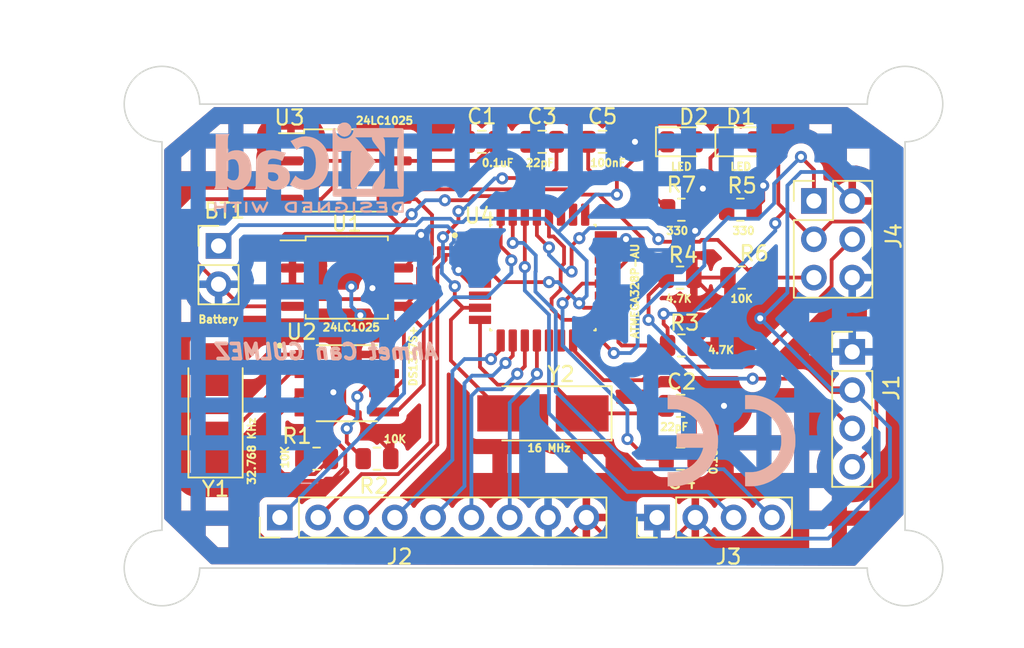
<source format=kicad_pcb>
(kicad_pcb (version 20221018) (generator pcbnew)
  (layers (0 "F.Cu" mixed) (31 "B.Cu" mixed) (34 "B.Paste" user) (35 "F.Paste" user) (36 "B.SilkS" user "B.Silkscreen") (37 "F.SilkS" user "F.Silkscreen") (38 "B.Mask" user) (39 "F.Mask" user) (44 "Edge.Cuts" user))
  (property "project_name" "MCU Datalogger with memory and clock")
  (net 0 "")
  (net 1 "Net-(BT1-+)")
  (net 2 "GND")
  (net 3 "/Vcc")
  (net 4 "Net-(U4-PB7)")
  (net 5 "Net-(U4-PB6)")
  (net 6 "Net-(U4-AREF)")
  (net 7 "Net-(D1-K)")
  (net 8 "/SCK")
  (net 9 "Net-(D2-K)")
  (net 10 "/SDA")
  (net 11 "/D2")
  (net 12 "/D3")
  (net 13 "/D4")
  (net 14 "/D5")
  (net 15 "/D6")
  (net 16 "/D7")
  (net 17 "/D8")
  (net 18 "/RX")
  (net 19 "/TX")
  (net 20 "/MISO")
  (net 21 "/MOSI")
  (net 22 "/RESET")
  (net 23 "Net-(U2-~{INTA})")
  (net 24 "Net-(U2-SQW{slash}~INT)")
  (net 25 "Net-(U2-X1)")
  (net 26 "Net-(U2-X2)")
  (footprint "Capacitor_SMD:C_0805_2012Metric" (layer "F.Cu") (at 109.625 76 180)
    (fp_text reference "C2")
    (fp_text value "22pF")
  )
  (footprint "Connector_PinHeader_2.54mm:PinHeader_2x03_P2.54mm_Vertical" (layer "F.Cu") (at 118.46 62.42)
    (fp_text reference "J4")
    (fp_text value "Conn_02x03_Odd_Even" hide)
  )
  (footprint "MountingHole:MountingHole_2.1mm" (layer "F.Cu") (at 124.5 56)
    (fp_text reference "H3")
    (fp_text value "MountingHole")
  )
  (footprint "Resistor_SMD:R_0805_2012Metric" (layer "F.Cu") (at 109.675 72 180)
    (fp_text reference "R3")
    (fp_text value "4.7K")
  )
  (footprint "Crystal:Crystal_SMD_5032-2Pin_5.0x3.2mm_HandSoldering" (layer "F.Cu") (at 78.8 76.2 90)
    (fp_text reference "Y1")
    (fp_text value "32.768 KHz")
  )
  (footprint "Resistor_SMD:R_0805_2012Metric" (layer "F.Cu") (at 89.5 79.5 180)
    (fp_text reference "R2")
    (fp_text value "10K")
  )
  (footprint "Connector_PinHeader_2.54mm:PinHeader_1x04_P2.54mm_Vertical" (layer "F.Cu") (at 121 72.42)
    (fp_text reference "J1")
    (fp_text value "Conn_01x04_Pin" hide)
  )
  (footprint "MountingHole:MountingHole_2.1mm" (layer "F.Cu") (at 124.5 86.75)
    (fp_text reference "H4")
    (fp_text value "MountingHole")
  )
  (footprint "Connector_PinHeader_2.54mm:PinHeader_1x04_P2.54mm_Vertical" (layer "F.Cu") (at 108.06 83.4 90)
    (fp_text reference "J3")
    (fp_text value "Conn_01x04_Pin" hide)
  )
  (footprint "Package_SO:SOIC-8_5.23x5.23mm_P1.27mm" (layer "F.Cu") (at 87.4 60.4)
    (fp_text reference "U3")
    (fp_text value "24LC1025")
  )
  (footprint "Capacitor_SMD:C_0805_2012Metric" (layer "F.Cu") (at 104.45 58.5)
    (fp_text reference "C5")
    (fp_text value "100nF")
  )
  (footprint "Connector_PinHeader_2.54mm:PinHeader_1x09_P2.54mm_Vertical" (layer "F.Cu") (at 83.06 83.4 90)
    (fp_text reference "J2")
    (fp_text value "Conn_01x09_Pin" hide)
  )
  (footprint "Resistor_SMD:R_0805_2012Metric" (layer "F.Cu") (at 113.5875 63 180)
    (fp_text reference "R5")
    (fp_text value "330")
  )
  (footprint "Capacitor_SMD:C_0805_2012Metric" (layer "F.Cu") (at 96.45 58.5)
    (fp_text reference "C1")
    (fp_text value "0.1uF")
  )
  (footprint "Resistor_SMD:R_0805_2012Metric" (layer "F.Cu") (at 109.5875 67.5 180)
    (fp_text reference "R4")
    (fp_text value "4.7K")
  )
  (footprint "Capacitor_SMD:C_0805_2012Metric" (layer "F.Cu") (at 109.625 79.5 180)
    (fp_text reference "C4")
    (fp_text value "0.1uF")
  )
  (footprint "MountingHole:MountingHole_2.1mm" (layer "F.Cu") (at 75.2 86.75)
    (fp_text reference "H2")
    (fp_text value "MountingHole")
  )
  (footprint "DS1337S:SOIC127P600X175-8N" (layer "F.Cu") (at 87.5 74.5)
    (fp_text reference "U2")
    (fp_text value "DS1337S+")
  )
  (footprint "Capacitor_SMD:C_0805_2012Metric" (layer "F.Cu") (at 100.45 58.5)
    (fp_text reference "C3")
    (fp_text value "22pF")
  )
  (footprint "LED_SMD:LED_0805_2012Metric" (layer "F.Cu") (at 113.6125 58.5)
    (fp_text reference "D1")
    (fp_text value "LED")
  )
  (footprint "LED_SMD:LED_0805_2012Metric" (layer "F.Cu") (at 109.675 58.5)
    (fp_text reference "D2")
    (fp_text value "LED")
  )
  (footprint "Package_SO:SOIC-8_5.23x5.23mm_P1.27mm" (layer "F.Cu") (at 87.5 67.5)
    (fp_text reference "U1")
    (fp_text value "24LC1025")
  )
  (footprint "Crystal:Crystal_SMD_5032-2Pin_5.0x3.2mm_HandSoldering" (layer "F.Cu") (at 100.5 76.5 180)
    (fp_text reference "Y2")
    (fp_text value "16 MHz")
  )
  (footprint "Resistor_SMD:R_0805_2012Metric" (layer "F.Cu") (at 113.675 67.5)
    (fp_text reference "R6")
    (fp_text value "10K")
  )
  (footprint "Resistor_SMD:R_0805_2012Metric" (layer "F.Cu") (at 85.5 79.5)
    (fp_text reference "R1")
    (fp_text value "10K")
  )
  (footprint "Connector_PinHeader_2.54mm:PinHeader_1x02_P2.54mm_Vertical" (layer "F.Cu") (at 79 65.4)
    (fp_text reference "BT1")
    (fp_text value "Battery")
  )
  (footprint "MountingHole:MountingHole_2.1mm" (layer "F.Cu") (at 75.2 56)
    (fp_text reference "H1")
    (fp_text value "MountingHole")
  )
  (footprint "ATMEGA328P-AU:QFP80P900X900X120-32N" (layer "F.Cu") (at 100.5 67.5)
    (fp_text reference "U4")
    (fp_text value "ATMEGA328P-AU")
  )
  (footprint "Resistor_SMD:R_0805_2012Metric" (layer "F.Cu") (at 109.675 63)
    (fp_text reference "R7")
    (fp_text value "330")
  )
  (footprint "Symbol:CE-Logo_8.5x6mm_SilkScreen" (layer "B.Cu") (at 113 78.3 180)
    (fp_text reference "REF**" hide)
    (fp_text value "CE-Logo_8.5x6mm_SilkScreen" hide)
  )
  (footprint "Symbol:KiCad-Logo2_5mm_SilkScreen" (layer "B.Cu") (at 85 60.2 180)
    (fp_text reference "REF**" hide)
    (fp_text value "KiCad-Logo2_5mm_SilkScreen" hide)
  )
  (gr_arc (start 122 56) (mid 126.267767 54.232233) (end 124.5 58.5) (stroke (width 0.1)) (layer "Edge.Cuts"))
  (gr_line (start 75.25 58.5) (end 75.25 84.25) (stroke (width 0.1)) (layer "Edge.Cuts"))
  (gr_arc (start 124.5 84.25) (mid 126.267767 88.517767) (end 122 86.75) (stroke (width 0.1)) (layer "Edge.Cuts"))
  (gr_line (start 122 56) (end 77.75 56) (stroke (width 0.1)) (layer "Edge.Cuts"))
  (gr_line (start 124.5 58.5) (end 124.5 84.25) (stroke (width 0.1)) (layer "Edge.Cuts"))
  (gr_line (start 77.75 86.75) (end 122 86.75) (stroke (width 0.1)) (layer "Edge.Cuts"))
  (gr_arc (start 75.25 58.5) (mid 73.482233 54.232233) (end 77.75 56) (stroke (width 0.1)) (layer "Edge.Cuts"))
  (gr_arc (start 77.75 86.75) (mid 73.482233 88.517767) (end 75.25 84.25) (stroke (width 0.1)) (layer "Edge.Cuts"))
  (gr_text "Ahmet Can GULMEZ" (at 93.7 73) (layer "B.SilkS") (effects (font (size 1 1) (thickness 0.25) bold italic) (justify left bottom mirror)))
  (segment (start 96.977067 67.1) (end 96.33 67.1) (width 0.25) (layer "F.Cu") (net 1))
  (segment (start 107.325 58.875) (end 105.4 60.8) (width 0.25) (layer "F.Cu") (net 1))
  (segment (start 100.9 67.8) (end 97.677067 67.8) (width 0.25) (layer "F.Cu") (net 1))
  (segment (start 97.677067 67.8) (end 96.977067 67.1) (width 0.25) (layer "F.Cu") (net 1))
  (segment (start 104.67 69.5) (end 103.2 69.5) (width 0.25) (layer "F.Cu") (net 1))
  (segment (start 107.325 58.075) (end 107.325 58.875) (width 0.25) (layer "F.Cu") (net 1))
  (segment (start 104 60.8) (end 105.4 60.8) (width 0.25) (layer "F.Cu") (net 1))
  (segment (start 105.4 60.8) (end 105.4 62) (width 0.25) (layer "F.Cu") (net 1))
  (segment (start 110.6125 58.5) (end 109.4125 57.3) (width 0.25) (layer "F.Cu") (net 1))
  (segment (start 103.5 58.5) (end 103.5 60.3) (width 0.25) (layer "F.Cu") (net 1))
  (segment (start 103.2 69.5) (end 102.9 69.2) (width 0.25) (layer "F.Cu") (net 1))
  (segment (start 108.1 57.3) (end 107.325 58.075) (width 0.25) (layer "F.Cu") (net 1))
  (segment (start 109.4125 57.3) (end 108.1 57.3) (width 0.25) (layer "F.Cu") (net 1))
  (segment (start 103.5 60.3) (end 104 60.8) (width 0.25) (layer "F.Cu") (net 1))
  (via (at 102.9 69.2) (size 0.8) (drill 0.4) (layers "F.Cu" "B.Cu") (net 1))
  (via (at 105.4 62) (size 0.8) (drill 0.4) (layers "F.Cu" "B.Cu") (net 1))
  (via (at 100.9 67.8) (size 0.8) (drill 0.4) (layers "F.Cu" "B.Cu") (net 1))
  (segment (start 103.4 66.4) (end 101.5 64.5) (width 0.25) (layer "B.Cu") (net 1))
  (segment (start 104 62) (end 101.5 64.5) (width 0.25) (layer "B.Cu") (net 1))
  (segment (start 105.4 62) (end 104 62) (width 0.25) (layer "B.Cu") (net 1))
  (segment (start 95.200305 63.824) (end 94.599695 63.824) (width 0.25) (layer "B.Cu") (net 1))
  (segment (start 102.9 69.2) (end 101.5 67.8) (width 0.25) (layer "B.Cu") (net 1))
  (segment (start 80.375 64.025) (end 79 65.4) (width 0.25) (layer "B.Cu") (net 1))
  (segment (start 101.5 64.5) (end 100.6 63.6) (width 0.25) (layer "B.Cu") (net 1))
  (segment (start 92.525 63.600305) (end 92.100305 64.025) (width 0.25) (layer "B.Cu") (net 1))
  (segment (start 92.525 63.6) (end 92.525 63.600305) (width 0.25) (layer "B.Cu") (net 1))
  (segment (start 103.4 68.7) (end 103.4 66.4) (width 0.25) (layer "B.Cu") (net 1))
  (segment (start 101.5 67.8) (end 100.9 67.8) (width 0.25) (layer "B.Cu") (net 1))
  (segment (start 92.100305 64.025) (end 80.375 64.025) (width 0.25) (layer "B.Cu") (net 1))
  (segment (start 95.424305 63.6) (end 95.200305 63.824) (width 0.25) (layer "B.Cu") (net 1))
  (segment (start 100.6 63.6) (end 95.424305 63.6) (width 0.25) (layer "B.Cu") (net 1))
  (segment (start 94.375695 63.6) (end 92.525 63.6) (width 0.25) (layer "B.Cu") (net 1))
  (segment (start 94.599695 63.824) (end 94.375695 63.6) (width 0.25) (layer "B.Cu") (net 1))
  (segment (start 102.9 69.2) (end 103.4 68.7) (width 0.25) (layer "B.Cu") (net 1))
  (segment (start 112.5 76) (end 112.4 76) (width 0.25) (layer "F.Cu") (net 2))
  (segment (start 76.6 65.54) (end 76.6 63.7) (width 0.25) (layer "F.Cu") (net 2))
  (segment (start 106.6 58.5) (end 105.4 58.5) (width 0.25) (layer "F.Cu") (net 2))
  (segment (start 89.2 68.2) (end 89.2 68.1) (width 0.25) (layer "F.Cu") (net 2))
  (segment (start 111.1 61.6) (end 111.1 62.4875) (width 0.25) (layer "F.Cu") (net 2))
  (segment (start 99.5 58.5) (end 97.4 58.5) (width 0.25) (layer "F.Cu") (net 2))
  (segment (start 106.004351 66.412716) (end 105.317067 67.1) (width 0.25) (layer "F.Cu") (net 2))
  (segment (start 91 59.765) (end 86.7 59.765) (width 0.25) (layer "F.Cu") (net 2))
  (segment (start 85.8 62.3) (end 86.7 61.4) (width 0.25) (layer "F.Cu") (net 2))
  (segment (start 92.424732 65.742019) (end 91.301751 66.865) (width 0.25) (layer "F.Cu") (net 2))
  (segment (start 86.7 59.765) (end 83.8 59.765) (width 0.25) (layer "F.Cu") (net 2))
  (segment (start 86.195 76.405) (end 85.025 76.405) (width 0.25) (layer "F.Cu") (net 2))
  (segment (start 80.465 69.405) (end 79 67.94) (width 0.25) (layer "F.Cu") (net 2))
  (segment (start 83.805 62.3) (end 85.8 62.3) (width 0.25) (layer "F.Cu") (net 2))
  (segment (start 115.1 62.4) (end 114.5 63) (width 0.25) (layer "F.Cu") (net 2))
  (segment (start 110.5875 64.4) (end 110.5875 63) (width 0.25) (layer "F.Cu") (net 2))
  (segment (start 86.7 61.4) (end 86.7 59.765) (width 0.25) (layer "F.Cu") (net 2))
  (segment (start 90.035 66.865) (end 89.2 67.7) (width 0.25) (layer "F.Cu") (net 2))
  (segment (start 91.301751 66.865) (end 91.1 66.865) (width 0.25) (layer "F.Cu") (net 2))
  (segment (start 95.6 66.3) (end 94.9 67) (width 0.25) (layer "F.Cu") (net 2))
  (segment (start 115.1 61.4) (end 115.1 62.4) (width 0.25) (layer "F.Cu") (net 2))
  (segment (start 83.695 62.2) (end 83.8 62.305) (width 0.25) (layer "F.Cu") (net 2))
  (segment (start 96.33 67.9) (end 95.682933 67.9) (width 0.25) (layer "F.Cu") (net 2))
  (segment (start 83.795 62.3) (end 78 62.3) (width 0.25) (layer "F.Cu") (net 2))
  (segment (start 83.8 62.305) (end 83.805 62.3) (width 0.25) (layer "F.Cu") (net 2))
  (segment (start 111.1 62.4875) (end 110.5875 63) (width 0.25) (layer "F.Cu") (net 2))
  (segment (start 89.2 67.7) (end 89.2 68.2) (width 0.25) (layer "F.Cu") (net 2))
  (segment (start 95.682933 67.9) (end 94.9 67.117067) (width 0.25) (layer "F.Cu") (net 2))
  (segment (start 106.004351 64.950292) (end 106.004351 66.412716) (width 0.25) (layer "F.Cu") (net 2))
  (segment (start 83.9 69.405) (end 80.465 69.405) (width 0.25) (layer "F.Cu") (net 2))
  (segment (start 92.424732 64.672803) (end 92.424732 65.742019) (width 0.25) (layer "F.Cu") (net 2))
  (segment (start 86.6095 75.1) (end 86.6095 75.9905) (width 0.25) (layer "F.Cu") (net 2))
  (segment (start 79 67.94) (end 76.6 65.54) (width 0.25) (layer "F.Cu") (net 2))
  (segment (start 96.33 66.3) (end 95.6 66.3) (width 0.25) (layer "F.Cu") (net 2))
  (segment (start 91.1 66.865) (end 91.487884 66.865) (width 0.25) (layer "F.Cu") (net 2))
  (segment (start 85.025 76.405) (end 85.02 76.4) (width 0.25) (layer "F.Cu") (net 2))
  (segment (start 83.8 62.305) (end 83.795 62.3) (width 0.25) (layer "F.Cu") (net 2))
  (segment (start 96.135 59.765) (end 97.4 58.5) (width 0.25) (layer "F.Cu") (net 2))
  (segment (start 91 59.765) (end 96.135 59.765) (width 0.25) (layer "F.Cu") (net 2))
  (segment (start 105.317067 67.1) (end 104.67 67.1) (width 0.25) (layer "F.Cu") (net 2))
  (segment (start 110.575 79.5) (end 110.575 76) (width 0.25) (layer "F.Cu") (net 2))
  (segment (start 86.6095 75.9905) (end 86.195 76.405) (width 0.25) (layer "F.Cu") (net 2))
  (segment (start 110.575 76) (end 112.5 76) (width 0.25) (layer "F.Cu") (net 2))
  (segment (start 94.9 67.117067) (end 94.9 67) (width 0.25) (layer "F.Cu") (net 2))
  (segment (start 95.547 66.3) (end 96.33 66.3) (width 0.25) (layer "F.Cu") (net 2))
  (segment (start 76.6 63.7) (end 78 62.3) (width 0.25) (layer "F.Cu") (net 2))
  (segment (start 91.1 66.865) (end 90.035 66.865) (width 0.25) (layer "F.Cu") (net 2))
  (via (at 115.1 61.4) (size 0.8) (drill 0.4) (layers "F.Cu" "B.Cu") (net 2))
  (via (at 111.1 61.6) (size 0.8) (drill 0.4) (layers "F.Cu" "B.Cu") (net 2))
  (via (at 86.6095 75.1) (size 0.8) (drill 0.4) (layers "F.Cu" "B.Cu") (net 2))
  (via (at 106.004351 64.950292) (size 0.8) (drill 0.4) (layers "F.Cu" "B.Cu") (net 2))
  (via (at 92.424732 64.672803) (size 0.8) (drill 0.4) (layers "F.Cu" "B.Cu") (net 2))
  (via (at 110.5875 64.4) (size 0.8) (drill 0.4) (layers "F.Cu" "B.Cu") (net 2))
  (via (at 112.5 76) (size 0.8) (drill 0.4) (layers "F.Cu" "B.Cu") (net 2))
  (via (at 106.6 58.5) (size 0.8) (drill 0.4) (layers "F.Cu" "B.Cu") (net 2))
  (via (at 89.2 68.2) (size 0.8) (drill 0.4) (layers "F.Cu" "B.Cu") (net 2))
  (via (at 94.9 67) (size 0.8) (drill 0.4) (layers "F.Cu" "B.Cu") (net 2))
  (segment (start 109.3125 65.675) (end 110.5875 64.4) (width 0.25) (layer "B.Cu") (net 2))
  (segment (start 94.175037 64.1) (end 92.997535 64.1) (width 0.25) (layer "B.Cu") (net 2))
  (segment (start 94.413299 65.310738) (end 94.599232 65.124805) (width 0.25) (layer "B.Cu") (net 2))
  (segment (start 94.9 67) (end 94.413299 66.513299) (width 0.25) (layer "B.Cu") (net 2))
  (segment (start 92.997535 64.1) (end 92.424732 64.672803) (width 0.25) (layer "B.Cu") (net 2))
  (segment (start 106.729059 65.675) (end 109.3125 65.675) (width 0.25) (layer "B.Cu") (net 2))
  (segment (start 106.004351 64.950292) (end 106.729059 65.675) (width 0.25) (layer "B.Cu") (net 2))
  (segment (start 94.599232 64.524195) (end 94.175037 64.1) (width 0.25) (layer "B.Cu") (net 2))
  (segment (start 94.413299 66.513299) (end 94.413299 65.310738) (width 0.25) (layer "B.Cu") (net 2))
  (segment (start 94.599232 65.124805) (end 94.599232 64.524195) (width 0.25) (layer "B.Cu") (net 2))
  (segment (start 83.8 58.495) (end 82.705 58.495) (width 0.25) (layer "F.Cu") (net 3))
  (segment (start 87.55 76.25) (end 87.55 76.15) (width 0.25) (layer "F.Cu") (net 3))
  (segment (start 91.005 58.5) (end 91 58.495) (width 0.25) (layer "F.Cu") (net 3))
  (segment (start 110.5 67.5) (end 111.8 68.8) (width 0.25) (layer "F.Cu") (net 3))
  (segment (start 87.3345 75.9345) (end 87.3345 74.799695) (width 0.25) (layer "F.Cu") (net 3))
  (segment (start 81.2 84) (end 81.2 82.7) (width 0.25) (layer "F.Cu") (net 3))
  (segment (start 82.5 85.3) (end 81.2 84) (width 0.25) (layer "F.Cu") (net 3))
  (segment (start 89.529574 72.595) (end 89.975 72.595) (width 0.25) (layer "F.Cu") (net 3))
  (segment (start 81.2 82.7) (end 82.925 80.975) (width 0.25) (layer "F.Cu") (net 3))
  (segment (start 111.8 68.8) (end 111.8 70) (width 0.25) (layer "F.Cu") (net 3))
  (segment (start 86.765 68.135) (end 86.8 68.1) (width 0.25) (layer "F.Cu") (net 3))
  (segment (start 105.28 85.3) (end 103.38 83.4) (width 0.25) (layer "F.Cu") (net 3))
  (segment (start 86.8 68.1) (end 87.8 68.1) (width 0.25) (layer "F.Cu") (net 3))
  (segment (start 112.7625 67.5) (end 110.5 67.5) (width 0.25) (layer "F.Cu") (net 3))
  (segment (start 108.7 85.3) (end 105.28 85.3) (width 0.25) (layer "F.Cu") (net 3))
  (segment (start 83.9 66.865) (end 83.9 68.135) (width 0.25) (layer "F.Cu") (net 3))
  (segment (start 112 70.2) (end 111.8 70) (width 0.25) (layer "F.Cu") (net 3))
  (segment (start 90.4125 79.0125) (end 87.55 76.15) (width 0.25) (layer "F.Cu") (net 3))
  (segment (start 114.9 70.2) (end 112 70.2) (width 0.25) (layer "F.Cu") (net 3))
  (segment (start 82.635 61.035) (end 83.8 61.035) (width 0.25) (layer "F.Cu") (net 3))
  (segment (start 84.5875 79.5) (end 84.5875 79.2125) (width 0.25) (layer "F.Cu") (net 3))
  (segment (start 84.886827 79.5) (end 84.5875 79.5) (width 0.25) (layer "F.Cu") (net 3))
  (segment (start 103.38 83.4) (end 101.48 85.3) (width 0.25) (layer "F.Cu") (net 3))
  (segment (start 82.705 58.495) (end 82.1 59.1) (width 0.25) (layer "F.Cu") (net 3))
  (segment (start 84.5875 79.2125) (end 87.55 76.25) (width 0.25) (layer "F.Cu") (net 3))
  (segment (start 87.4 80.038173) (end 87.4 78.948896) (width 0.25) (layer "F.Cu") (net 3))
  (segment (start 87.55 76.15) (end 87.3345 75.9345) (width 0.25) (layer "F.Cu") (net 3))
  (segment (start 87.3345 74.799695) (end 87.32969 74.794884) (width 0.25) (layer "F.Cu") (net 3))
  (segment (start 95.5 58.5) (end 91.005 58.5) (width 0.25) (layer "F.Cu") (net 3))
  (segment (start 85.986827 78.4) (end 84.886827 79.5) (width 0.25) (layer "F.Cu") (net 3))
  (segment (start 82.925 80.975) (end 86.463173 80.975) (width 0.25) (layer "F.Cu") (net 3))
  (segment (start 111.8 70) (end 111.8 70.7875) (width 0.25) (layer "F.Cu") (net 3))
  (segment (start 87.4 78.948896) (end 86.851104 78.4) (width 0.25) (layer "F.Cu") (net 3))
  (segment (start 82.1 60.5) (end 82.635 61.035) (width 0.25) (layer "F.Cu") (net 3))
  (segment (start 86.463173 80.975) (end 87.4 80.038173) (width 0.25) (layer "F.Cu") (net 3))
  (segment (start 90.4125 79.5) (end 90.4125 79.0125) (width 0.25) (layer "F.Cu") (net 3))
  (segment (start 110.6 83.4) (end 108.7 85.3) (width 0.25) (layer "F.Cu") (net 3))
  (segment (start 82.1 59.1) (end 82.1 60.5) (width 0.25) (layer "F.Cu") (net 3))
  (segment (start 89.3 65.6) (end 91.095 65.6) (width 0.25) (layer "F.Cu") (net 3))
  (segment (start 101.48 85.3) (end 82.5 85.3) (width 0.25) (layer "F.Cu") (net 3))
  (segment (start 87.32969 74.794884) (end 89.529574 72.595) (width 0.25) (layer "F.Cu") (net 3))
  (segment (start 86.851104 78.4) (end 85.986827 78.4) (width 0.25) (layer "F.Cu") (net 3))
  (segment (start 86.765 68.135) (end 89.3 65.6) (width 0.25) (layer "F.Cu") (net 3))
  (segment (start 83.9 68.135) (end 86.765 68.135) (width 0.25) (layer "F.Cu") (net 3))
  (segment (start 111.8 70.7875) (end 110.5875 72) (width 0.25) (layer "F.Cu") (net 3))
  (segment (start 91.095 65.6) (end 91.1 65.595) (width 0.25) (layer "F.Cu") (net 3))
  (segment (start 83.9 65.595) (end 83.9 66.865) (width 0.25) (layer "F.Cu") (net 3))
  (via (at 114.9 70.2) (size 0.8) (drill 0.4) (layers "F.Cu" "B.Cu") (net 3))
  (via (at 87.8 68.1) (size 0.8) (drill 0.4) (layers "F.Cu" "B.Cu") (net 3))
  (via (at 88.4 70) (size 0.8) (drill 0.4) (layers "F.Cu" "B.Cu") (net 3))
  (segment (start 116.7 61.4) (end 116.7 61.7) (width 0.25) (layer "B.Cu") (net 3))
  (segment (start 119.825 61.225) (end 119.1 60.5) (width 0.25) (layer "B.Cu") (net 3))
  (segment (start 121 62.42) (end 119.825 61.245) (width 0.25) (layer "B.Cu") (net 3))
  (segment (start 116.7 61.7) (end 116.7 68.5) (width 0.25) (layer "B.Cu") (net 3))
  (segment (start 112 84.8) (end 119.4 84.8) (width 0.25) (layer "B.Cu") (net 3))
  (segment (start 119.1 60.5) (end 117.6 60.5) (width 0.25) (layer "B.Cu") (net 3))
  (segment (start 117.6 60.5) (end 116.7 61.4) (width 0.25) (layer "B.Cu") (net 3))
  (segment (start 123.5 80.7) (end 123.5 77.46) (width 0.25) (layer "B.Cu") (net 3))
  (segment (start 116.7 68.5) (end 115 70.2) (width 0.25) (layer "B.Cu") (net 3))
  (segment (start 114.9 70.2) (end 119.66 74.96) (width 0.25) (layer "B.Cu") (net 3))
  (segment (start 114.9 70.3) (end 115 70.2) (width 0.25) (layer "B.Cu") (net 3))
  (segment (start 119.66 74.96) (end 121 74.96) (width 0.25) (layer "B.Cu") (net 3))
  (segment (start 110.6 83.4) (end 112 84.8) (width 0.25) (layer "B.Cu") (net 3))
  (segment (start 123.5 77.46) (end 121 74.96) (width 0.25) (layer "B.Cu") (net 3))
  (segment (start 119.4 84.8) (end 123.5 80.7) (width 0.25) (layer "B.Cu") (net 3))
  (segment (start 87.8 68.1) (end 87.8 69.4) (width 0.25) (layer "B.Cu") (net 3))
  (segment (start 119.825 61.245) (end 119.825 61.225) (width 0.25) (layer "B.Cu") (net 3))
  (segment (start 115 70.2) (end 114.9 70.2) (width 0.25) (layer "B.Cu") (net 3))
  (segment (start 114.9 70.2) (end 114.9 70.3) (width 0.25) (layer "B.Cu") (net 3))
  (segment (start 87.8 69.4) (end 88.4 70) (width 0.25) (layer "B.Cu") (net 3))
  (segment (start 101.2 74.6) (end 97.5 74.6) (width 0.25) (layer "F.Cu") (net 4))
  (segment (start 108.175 76.5) (end 103.1 76.5) (width 0.25) (layer "F.Cu") (net 4))
  (segment (start 96.33 73.43) (end 96.33 70.3) (width 0.25) (layer "F.Cu") (net 4))
  (segment (start 97.5 74.6) (end 96.33 73.43) (width 0.25) (layer "F.Cu") (net 4))
  (segment (start 103.1 76.5) (end 101.2 74.6) (width 0.25) (layer "F.Cu") (net 4))
  (segment (start 108.675 76) (end 108.175 76.5) (width 0.25) (layer "F.Cu") (net 4))
  (segment (start 93.874232 64.8245) (end 94.9 63.798732) (width 0.25) (layer "F.Cu") (net 5))
  (segment (start 101.4 58.5) (end 101.4 60.3) (width 0.25) (layer "F.Cu") (net 5))
  (segment (start 95.2 69.5) (end 96.33 69.5) (width 0.25) (layer "F.Cu") (net 5))
  (segment (start 94.4 73) (end 94.4 70.3) (width 0.25) (layer "F.Cu") (net 5))
  (segment (start 94.658589 68.0755) (end 94.658589 68.958589) (width 0.25) (layer "F.Cu") (net 5))
  (segment (start 97.8255 60.9) (end 97.8 60.9255) (width 0.25) (layer "F.Cu") (net 5))
  (segment (start 97.9 76.5) (end 94.4 73) (width 0.25) (layer "F.Cu") (net 5))
  (segment (start 94.4 70.3) (end 95.2 69.5) (width 0.25) (layer "F.Cu") (net 5))
  (segment (start 94.658589 68.958589) (end 95.2 69.5) (width 0.25) (layer "F.Cu") (net 5))
  (segment (start 100.8 60.9) (end 97.8255 60.9) (width 0.25) (layer "F.Cu") (net 5))
  (segment (start 101.4 60.3) (end 100.8 60.9) (width 0.25) (layer "F.Cu") (net 5))
  (segment (start 94.9 63.798732) (end 94.9 63.099) (width 0.25) (layer "F.Cu") (net 5))
  (via (at 97.8 60.9255) (size 0.8) (drill 0.4) (layers "F.Cu" "B.Cu") (net 5))
  (via (at 94.658589 68.0755) (size 0.8) (drill 0.4) (layers "F.Cu" "B.Cu") (net 5))
  (via (at 93.874232 64.8245) (size 0.8) (drill 0.4) (layers "F.Cu" "B.Cu") (net 5))
  (via (at 94.9 63.099) (size 0.8) (drill 0.4) (layers "F.Cu" "B.Cu") (net 5))
  (segment (start 93.874232 66.525768) (end 93.8 66.6) (width 0.25) (layer "B.Cu") (net 5))
  (segment (start 97.299 60.9255) (end 97.8 60.9255) (width 0.25) (layer "B.Cu") (net 5))
  (segment (start 95.1255 63.099) (end 97.299 60.9255) (width 0.25) (layer "B.Cu") (net 5))
  (segment (start 93.8 66.6) (end 93.8 67.216911) (width 0.25) (layer "B.Cu") (net 5))
  (segment (start 94.9 63.099) (end 95.1255 63.099) (width 0.25) (layer "B.Cu") (net 5))
  (segment (start 93.874232 64.8245) (end 93.874232 66.525768) (width 0.25) (layer "B.Cu") (net 5))
  (segment (start 93.8 67.216911) (end 94.658589 68.0755) (width 0.25) (layer "B.Cu") (net 5))
  (segment (start 107.4 79.5) (end 106.1 78.2) (width 0.25) (layer "F.Cu") (net 6))
  (segment (start 106.1 78.2) (end 106.2 78.3) (width 0.25) (layer "F.Cu") (net 6))
  (segment (start 103.1 67.9) (end 101.8 69.2) (width 0.25) (layer "F.Cu") (net 6))
  (segment (start 104.67 67.9) (end 103.1 67.9) (width 0.25) (layer "F.Cu") (net 6))
  (segment (start 108.675 79.5) (end 107.4 79.5) (width 0.25) (layer "F.Cu") (net 6))
  (via (at 101.8 69.2) (size 0.8) (drill 0.4) (layers "F.Cu" "B.Cu") (net 6))
  (via (at 106.1 78.2) (size 0.8) (drill 0.4) (layers "F.Cu" "B.Cu") (net 6))
  (segment (start 101.8 72) (end 101.8 69.2) (width 0.25) (layer "B.Cu") (net 6))
  (segment (start 106.1 76.3) (end 101.8 72) (width 0.25) (layer "B.Cu") (net 6))
  (segment (start 106.1 78.2) (end 106.1 76.3) (width 0.25) (layer "B.Cu") (net 6))
  (segment (start 112.325 62.65) (end 112.325 61.125) (width 0.25) (layer "F.Cu") (net 7))
  (segment (start 111.6 59.575) (end 112.675 58.5) (width 0.25) (layer "F.Cu") (net 7))
  (segment (start 111.6 60.4) (end 111.6 59.575) (width 0.25) (layer "F.Cu") (net 7))
  (segment (start 112.325 61.125) (end 111.6 60.4) (width 0.25) (layer "F.Cu") (net 7))
  (segment (start 112.675 63) (end 112.325 62.65) (width 0.25) (layer "F.Cu") (net 7))
  (segment (start 90.465 68.135) (end 91.1 68.135) (width 0.25) (layer "F.Cu") (net 8))
  (segment (start 116.55 63.05) (end 118.46 64.96) (width 0.25) (layer "F.Cu") (net 8))
  (segment (start 122.6 64.3) (end 122.085 63.785) (width 0.25) (layer "F.Cu") (net 8))
  (segment (start 89.7 69.476751) (end 89.7 68.9) (width 0.25) (layer "F.Cu") (net 8))
  (segment (start 122.6 78.44) (end 122.6 64.3) (width 0.25) (layer "F.Cu") (net 8))
  (segment (start 105.5 71.13) (end 104.67 70.3) (width 0.25) (layer "F.Cu") (net 8))
  (segment (start 108.5 69.9) (end 108.5 70.575) (width 0.25) (layer "F.Cu") (net 8))
  (segment (start 116.1 60.05) (end 116.1 62.6) (width 0.25) (layer "F.Cu") (net 8))
  (segment (start 116.1 62.6) (end 116.55 63.05) (width 0.25) (layer "F.Cu") (net 8))
  (segment (start 101.9 65.474695) (end 101.9 66.574695) (width 0.25) (layer "F.Cu") (net 8))
  (segment (start 84.746751 68.76) (end 83.053249 68.76) (width 0.25) (layer "F.Cu") (net 8))
  (segment (start 101.075 69.575) (end 101.8 70.3) (width 0.25) (layer "F.Cu") (net 8))
  (segment (start 89.6 62.623249) (end 89.6 62) (width 0.25) (layer "F.Cu") (net 8))
  (segment (start 122.085 63.785) (end 119.635 63.785) (width 0.25) (layer "F.Cu") (net 8))
  (segment (start 119.635 63.785) (end 118.46 64.96) (width 0.25) (layer "F.Cu") (net 8))
  (segment (start 121 80.04) (end 122.6 78.44) (width 0.25) (layer "F.Cu") (net 8))
  (segment (start 95.6255 62.3745) (end 95.9 62.1) (width 0.25) (layer "F.Cu") (net 8))
  (segment (start 108.5 70.575) (end 108.7625 70.8375) (width 0.25) (layer "F.Cu") (net 8))
  (segment (start 89.6 62) (end 90.565 61.035) (width 0.25) (layer "F.Cu") (net 8))
  (segment (start 90.5 64.6) (end 91.038375 64.061625) (width 0.25) (layer "F.Cu") (net 8))
  (segment (start 84.911751 68.925) (end 84.746751 68.76) (width 0.25) (layer "F.Cu") (net 8))
  (segment (start 105.5 71.774695) (end 105.5 71.13) (width 0.25) (layer "F.Cu") (net 8))
  (segment (start 89.975 75.135) (end 90.420426 75.135) (width 0.25) (layer "F.Cu") (net 8))
  (segment (start 90.420426 75.135) (end 91.285 74.270426) (width 0.25) (layer "F.Cu") (net 8))
  (segment (start 101.675 68.299695) (end 101.075 68.899695) (width 0.25) (layer "F.Cu") (net 8))
  (segment (start 108.7625 70.8375) (end 108.7625 72) (width 0.25) (layer "F.Cu") (net 8))
  (segment (start 91.1 68.135) (end 90.290305 68.135) (width 0.25) (layer "F.Cu") (net 8))
  (segment (start 82.775 65.248249) (end 83.423249 64.6) (width 0.25) (layer "F.Cu") (net 8))
  (segment (start 100.281627 62.1) (end 100.9 62.718373) (width 0.25) (layer "F.Cu") (net 8))
  (segment (start 83.423249 64.6) (end 90.5 64.6) (width 0.25) (layer "F.Cu") (net 8))
  (segment (start 94 62.3745) (end 95.6255 62.3745) (width 0.25) (layer "F.Cu") (net 8))
  (segment (start 82.775 68.481751) (end 82.775 65.248249) (width 0.25) (layer "F.Cu") (net 8))
  (segment (start 100.9 64.775) (end 101.200305 64.775) (width 0.25) (layer "F.Cu") (net 8))
  (segment (start 115.9 63.7) (end 116.55 63.05) (width 0.25) (layer "F.Cu") (net 8))
  (segment (start 90.290305 68.135) (end 89.500305 68.925) (width 0.25) (layer "F.Cu") (net 8))
  (segment (start 101.9 66.574695) (end 101.675 66.799695) (width 0.25) (layer "F.Cu") (net 8))
  (segment (start 91.285 74.270426) (end 91.285 71.061751) (width 0.25) (layer "F.Cu") (net 8))
  (segment (start 91.038375 64.061625) (end 89.6 62.623249) (width 0.25) (layer "F.Cu") (net 8))
  (segment (start 83.053249 68.76) (end 82.775 68.481751) (width 0.25) (layer "F.Cu") (net 8))
  (segment (start 100.9 62.718373) (end 100.9 63.33) (width 0.25) (layer "F.Cu") (net 8))
  (segment (start 101.200305 64.775) (end 101.9 65.474695) (width 0.25) (layer "F.Cu") (net 8))
  (segment (start 95.9 62.1) (end 100.281627 62.1) (width 0.25) (layer "F.Cu") (net 8))
  (segment (start 101.075 68.899695) (end 101.075 69.575) (width 0.25) (layer "F.Cu") (net 8))
  (segment (start 114.55 58.5) (end 116.1 60.05) (width 0.25) (layer "F.Cu") (net 8))
  (segment (start 105.725305 72) (end 105.5 71.774695) (width 0.25) (layer "F.Cu") (net 8))
  (segment (start 101.675 66.799695) (end 101.675 68.299695) (width 0.25) (layer "F.Cu") (net 8))
  (segment (start 89.500305 68.925) (end 84.911751 68.925) (width 0.25) (layer "F.Cu") (net 8))
  (segment (start 89.7 68.9) (end 90.465 68.135) (width 0.25) (layer "F.Cu") (net 8))
  (segment (start 115.9 63.9) (end 115.9 63.7) (width 0.25) (layer "F.Cu") (net 8))
  (segment (start 100.9 63.33) (end 100.9 64.775) (width 0.25) (layer "F.Cu") (net 8))
  (segment (start 108.7625 72) (end 105.725305 72) (width 0.25) (layer "F.Cu") (net 8))
  (segment (start 91.8 63.3) (end 91.038375 64.061625) (width 0.25) (layer "F.Cu") (net 8))
  (segment (start 91.285 71.061751) (end 89.7 69.476751) (width 0.25) (layer "F.Cu") (net 8))
  (segment (start 90.565 61.035) (end 91 61.035) (width 0.25) (layer "F.Cu") (net 8))
  (segment (start 101.8 70.3) (end 104.67 70.3) (width 0.25) (layer "F.Cu") (net 8))
  (via (at 94 62.3745) (size 0.8) (drill 0.4) (layers "F.Cu" "B.Cu") (net 8))
  (via (at 108.5 69.9) (size 0.8) (drill 0.4) (layers "F.Cu" "B.Cu") (net 8))
  (via (at 115.9 63.9) (size 0.8) (drill 0.4) (layers "F.Cu" "B.Cu") (net 8))
  (via (at 91.8 63.3) (size 0.8) (drill 0.4) (layers "F.Cu" "B.Cu") (net 8))
  (segment (start 92.7255 62.3745) (end 91.8 63.3) (width 0.25) (layer "B.Cu") (net 8))
  (segment (start 115.9 64.4) (end 115.9 63.9) (width 0.25) (layer "B.Cu") (net 8))
  (segment (start 94 62.3745) (end 92.7255 62.3745) (width 0.25) (layer "B.Cu") (net 8))
  (segment (start 108.5 69.9) (end 110.4 69.9) (width 0.25) (layer "B.Cu") (net 8))
  (segment (start 110.4 69.9) (end 115.9 64.4) (width 0.25) (layer "B.Cu") (net 8))
  (segment (start 108.7625 63) (end 107.6 61.8375) (width 0.25) (layer "F.Cu") (net 9))
  (segment (start 107.6 59.5) (end 108.6 58.5) (width 0.25) (layer "F.Cu") (net 9))
  (segment (start 107.6 61.8375) (end 107.6 59.5) (width 0.25) (layer "F.Cu") (net 9))
  (segment (start 108.6 58.5) (end 108.7375 58.5) (width 0.25) (layer "F.Cu") (net 9))
  (segment (start 92.6 74.6) (end 92.6 70.905) (width 0.25) (layer "F.Cu") (net 10))
  (segment (start 91.856751 61.65) (end 102.25 61.65) (width 0.25) (layer "F.Cu") (net 10))
  (segment (start 107.1 65.6) (end 107.1 64.9) (width 0.25) (layer "F.Cu") (net 10))
  (segment (start 91.1 69.405) (end 91.301751 69.405) (width 0.25) (layer "F.Cu") (net 10))
  (segment (start 93.149732 63.349732) (end 92.105 62.305) (width 0.25) (layer "F.Cu") (net 10))
  (segment (start 91.201751 62.305) (end 91.856751 61.65) (width 0.25) (layer "F.Cu") (net 10))
  (segment (start 121 77.5) (end 117.7 74.2) (width 0.25) (layer "F.Cu") (net 10))
  (segment (start 91.301751 69.405) (end 92.225 68.481751) (width 0.25) (layer "F.Cu") (net 10))
  (segment (start 102.6 62) (end 102.418373 62) (width 0.25) (layer "F.Cu") (net 10))
  (segment (start 92.225 68.481751) (end 92.225 66.872243) (width 0.25) (layer "F.Cu") (net 10))
  (segment (start 92.225 66.872243) (end 93.149732 65.947511) (width 0.25) (layer "F.Cu") (net 10))
  (segment (start 117.7 74.2) (end 114.4 74.2) (width 0.25) (layer "F.Cu") (net 10))
  (segment (start 89.975 76.405) (end 90.795 76.405) (width 0.25) (layer "F.Cu") (net 10))
  (segment (start 107.5 68.675) (end 107.5 68.8) (width 0.25) (layer "F.Cu") (net 10))
  (segment (start 107.1 64.9) (end 104.2 62) (width 0.25) (layer "F.Cu") (net 10))
  (segment (start 91 62.305) (end 91.201751 62.305) (width 0.25) (layer "F.Cu") (net 10))
  (segment (start 102.418373 62) (end 101.7 62.718373) (width 0.25) (layer "F.Cu") (net 10))
  (segment (start 90.795 76.405) (end 92.6 74.6) (width 0.25) (layer "F.Cu") (net 10))
  (segment (start 108.675 67.5) (end 108.675 67.175) (width 0.25) (layer "F.Cu") (net 10))
  (segment (start 92.6 70.905) (end 91.1 69.405) (width 0.25) (layer "F.Cu") (net 10))
  (segment (start 102.25 61.65) (end 102.6 62) (width 0.25) (layer "F.Cu") (net 10))
  (segment (start 93.149732 65.947511) (end 93.149732 63.349732) (width 0.25) (layer "F.Cu") (net 10))
  (segment (start 101.7 62.718373) (end 101.7 63.33) (width 0.25) (layer "F.Cu") (net 10))
  (segment (start 107.5 70.3) (end 107.5 70.2) (width 0.25) (layer "F.Cu") (net 10))
  (segment (start 92.105 62.305) (end 91 62.305) (width 0.25) (layer "F.Cu") (net 10))
  (segment (start 108.675 67.175) (end 107.1 65.6) (width 0.25) (layer "F.Cu") (net 10))
  (segment (start 107.5 68.8) (end 107.5 70.3) (width 0.25) (layer "F.Cu") (net 10))
  (segment (start 108.675 67.5) (end 107.5 68.675) (width 0.25) (layer "F.Cu") (net 10))
  (segment (start 104.2 62) (end 102.6 62) (width 0.25) (layer "F.Cu") (net 10))
  (via (at 107.5 70.3) (size 0.8) (drill 0.4) (layers "F.Cu" "B.Cu") (net 10))
  (via (at 114.4 74.2) (size 0.8) (drill 0.4) (layers "F.Cu" "B.Cu") (net 10))
  (segment (start 107.5 70.3) (end 111.4 74.2) (width 0.25) (layer "B.Cu") (net 10))
  (segment (start 111.4 74.2) (end 114.4 74.2) (width 0.25) (layer "B.Cu") (net 10))
  (segment (start 97.7 65.425305) (end 97.7 63.33) (width 0.25) (layer "F.Cu") (net 11))
  (segment (start 98.406018 66.131323) (end 97.7 65.425305) (width 0.25) (layer "F.Cu") (net 11))
  (segment (start 98.406018 66.353009) (end 98.406018 66.131323) (width 0.25) (layer "F.Cu") (net 11))
  (via (at 98.406018 66.353009) (size 0.8) (drill 0.4) (layers "F.Cu" "B.Cu") (net 11))
  (segment (start 94.6 68.8) (end 91.3 72.1) (width 0.25) (layer "B.Cu") (net 11))
  (segment (start 91.3 75.16) (end 83.06 83.4) (width 0.25) (layer "B.Cu") (net 11))
  (segment (start 91.3 72.1) (end 91.3 75.16) (width 0.25) (layer "B.Cu") (net 11))
  (segment (start 98.406018 67.193982) (end 96.8 68.8) (width 0.25) (layer "B.Cu") (net 11))
  (segment (start 98.406018 66.353009) (end 98.406018 67.193982) (width 0.25) (layer "B.Cu") (net 11))
  (segment (start 96.8 68.8) (end 94.6 68.8) (width 0.25) (layer "B.Cu") (net 11))
  (segment (start 93.05 78.388173) (end 93.05 66.683639) (width 0.25) (layer "F.Cu") (net 12))
  (segment (start 93.599732 65.5495) (end 94.833433 65.5495) (width 0.25) (layer "F.Cu") (net 12))
  (segment (start 93.599732 66.133907) (end 93.599732 65.5495) (width 0.25) (layer "F.Cu") (net 12))
  (segment (start 90.913173 80.525) (end 93.05 78.388173) (width 0.25) (layer "F.Cu") (net 12))
  (segment (start 85.6 83.4) (end 88.475 80.525) (width 0.25) (layer "F.Cu") (net 12))
  (segment (start 88.475 80.525) (end 90.913173 80.525) (width 0.25) (layer "F.Cu") (net 12))
  (segment (start 95.682933 64.7) (end 96.33 64.7) (width 0.25) (layer "F.Cu") (net 12))
  (segment (start 93.05 66.683639) (end 93.599732 66.133907) (width 0.25) (layer "F.Cu") (net 12))
  (segment (start 94.833433 65.5495) (end 95.682933 64.7) (width 0.25) (layer "F.Cu") (net 12))
  (segment (start 88.674569 83.4) (end 93.5 78.574569) (width 0.25) (layer "F.Cu") (net 13))
  (segment (start 94.049732 66.320303) (end 94.049732 65.9995) (width 0.25) (layer "F.Cu") (net 13))
  (segment (start 95.519329 65.5) (end 96.33 65.5) (width 0.25) (layer "F.Cu") (net 13))
  (segment (start 93.5 66.870035) (end 94.049732 66.320303) (width 0.25) (layer "F.Cu") (net 13))
  (segment (start 88.14 83.4) (end 88.674569 83.4) (width 0.25) (layer "F.Cu") (net 13))
  (segment (start 94.049732 65.9995) (end 95.019829 65.9995) (width 0.25) (layer "F.Cu") (net 13))
  (segment (start 95.019829 65.9995) (end 95.519329 65.5) (width 0.25) (layer "F.Cu") (net 13))
  (segment (start 93.5 78.574569) (end 93.5 66.870035) (width 0.25) (layer "F.Cu") (net 13))
  (segment (start 97.7 72.2545) (end 97.7 71.67) (width 0.25) (layer "F.Cu") (net 14))
  (segment (start 97.0545 72.9) (end 97.7 72.2545) (width 0.25) (layer "F.Cu") (net 14))
  (via (at 97.0545 72.9) (size 0.8) (drill 0.4) (layers "F.Cu" "B.Cu") (net 14))
  (segment (start 95.3 72.9) (end 94.5 73.7) (width 0.25) (layer "B.Cu") (net 14))
  (segment (start 94.5 73.7) (end 94.5 79.58) (width 0.25) (layer "B.Cu") (net 14))
  (segment (start 97.0545 72.9) (end 95.3 72.9) (width 0.25) (layer "B.Cu") (net 14))
  (segment (start 94.5 79.58) (end 90.68 83.4) (width 0.25) (layer "B.Cu") (net 14))
  (segment (start 98.5 72.678851) (end 98.019866 73.158985) (width 0.25) (layer "F.Cu") (net 15))
  (segment (start 98.5 71.67) (end 98.5 72.678851) (width 0.25) (layer "F.Cu") (net 15))
  (via (at 98.019866 73.158985) (size 0.8) (drill 0.4) (layers "F.Cu" "B.Cu") (net 15))
  (segment (start 95.8 74) (end 95.3 74.5) (width 0.25) (layer "B.Cu") (net 15))
  (segment (start 98.019866 73.158985) (end 97.178851 74) (width 0.25) (layer "B.Cu") (net 15))
  (segment (start 95.3 74.5) (end 95.3 81.32) (width 0.25) (layer "B.Cu") (net 15))
  (segment (start 97.178851 74) (end 95.8 74) (width 0.25) (layer "B.Cu") (net 15))
  (segment (start 95.3 81.32) (end 93.22 83.4) (width 0.25) (layer "B.Cu") (net 15))
  (segment (start 99.3 73.3755) (end 98.8 73.8755) (width 0.25) (layer "F.Cu") (net 16))
  (segment (start 99.3 71.67) (end 99.3 73.3755) (width 0.25) (layer "F.Cu") (net 16))
  (via (at 98.8 73.8755) (size 0.8) (drill 0.4) (layers "F.Cu" "B.Cu") (net 16))
  (segment (start 95.76 83.4) (end 95.76 75.34) (width 0.25) (layer "B.Cu") (net 16))
  (segment (start 97.7755 74.9) (end 98.8 73.8755) (width 0.25) (layer "B.Cu") (net 16))
  (segment (start 96.2 74.9) (end 97.7755 74.9) (width 0.25) (layer "B.Cu") (net 16))
  (segment (start 95.76 75.34) (end 96.2 74.9) (width 0.25) (layer "B.Cu") (net 16))
  (segment (start 100.1 71.67) (end 100.1 73.8755) (width 0.25) (layer "F.Cu") (net 17))
  (via (at 100.1 73.8755) (size 0.8) (drill 0.4) (layers "F.Cu" "B.Cu") (net 17))
  (segment (start 98.3 83.4) (end 98.3 75.8) (width 0.25) (layer "B.Cu") (net 17))
  (segment (start 100.1 74) (end 100.1 73.8755) (width 0.25) (layer "B.Cu") (net 17))
  (segment (start 98.3 75.8) (end 100.1 74) (width 0.25) (layer "B.Cu") (net 17))
  (segment (start 99.3 63.33) (end 99.3 66.8) (width 0.25) (layer "F.Cu") (net 18))
  (via (at 99.3 66.8) (size 0.8) (drill 0.4) (layers "F.Cu" "B.Cu") (net 18))
  (segment (start 100.9 76.5) (end 106.1 81.7) (width 0.25) (layer "B.Cu") (net 18))
  (segment (start 99.3 68.361701) (end 100.9 69.961701) (width 0.25) (layer "B.Cu") (net 18))
  (segment (start 106.1 81.7) (end 111.44 81.7) (width 0.25) (layer "B.Cu") (net 18))
  (segment (start 111.44 81.7) (end 113.14 83.4) (width 0.25) (layer "B.Cu") (net 18))
  (segment (start 100.9 69.961701) (end 100.9 76.5) (width 0.25) (layer "B.Cu") (net 18))
  (segment (start 99.3 66.8) (end 99.3 68.361701) (width 0.25) (layer "B.Cu") (net 18))
  (segment (start 98.5 63.33) (end 98.5 65.2) (width 0.25) (layer "F.Cu") (net 19))
  (via (at 98.5 65.2) (size 0.8) (drill 0.4) (layers "F.Cu" "B.Cu") (net 19))
  (segment (start 106.5 80.2) (end 101.35 75.05) (width 0.25) (layer "B.Cu") (net 19))
  (segment (start 100.025 67.100305) (end 100.025 66.025) (width 0.25) (layer "B.Cu") (net 19))
  (segment (start 115.68 83.4) (end 112.48 80.2) (width 0.25) (layer "B.Cu") (net 19))
  (segment (start 100.025 66.025) (end 99.2 65.2) (width 0.25) (layer "B.Cu") (net 19))
  (segment (start 100 67.125305) (end 100.025 67.100305) (width 0.25) (layer "B.Cu") (net 19))
  (segment (start 98.5 65.2) (end 98.5 65.4) (width 0.25) (layer "B.Cu") (net 19))
  (segment (start 101.35 69.775305) (end 100 68.425305) (width 0.25) (layer "B.Cu") (net 19))
  (segment (start 99.2 65.2) (end 98.5 65.2) (width 0.25) (layer "B.Cu") (net 19))
  (segment (start 100 68.425305) (end 100 67.125305) (width 0.25) (layer "B.Cu") (net 19))
  (segment (start 112.48 80.2) (end 106.5 80.2) (width 0.25) (layer "B.Cu") (net 19))
  (segment (start 101.35 75.05) (end 101.35 69.775305) (width 0.25) (layer "B.Cu") (net 19))
  (segment (start 105.2 72.5) (end 104.37 71.67) (width 0.25) (layer "F.Cu") (net 20))
  (segment (start 104.37 71.67) (end 103.3 71.67) (width 0.25) (layer "F.Cu") (net 20))
  (segment (start 118.46 60.36) (end 117.6 59.5) (width 0.25) (layer "F.Cu") (net 20))
  (segment (start 118.46 62.42) (end 118.46 60.36) (width 0.25) (layer "F.Cu") (net 20))
  (via (at 105.2 72.5) (size 0.8) (drill 0.4) (layers "F.Cu" "B.Cu") (net 20))
  (via (at 117.6 59.5) (size 0.8) (drill 0.4) (layers "F.Cu" "B.Cu") (net 20))
  (segment (start 106.3 72.5) (end 106.775 72.025) (width 0.25) (layer "B.Cu") (net 20))
  (segment (start 112.9 63.6) (end 114.8 63.6) (width 0.25) (layer "B.Cu") (net 20))
  (segment (start 115.825 61.275) (end 117.6 59.5) (width 0.25) (layer "B.Cu") (net 20))
  (segment (start 106.775 69.999695) (end 108.874695 67.9) (width 0.25) (layer "B.Cu") (net 20))
  (segment (start 108.874695 67.9) (end 110 67.9) (width 0.25) (layer "B.Cu") (net 20))
  (segment (start 114.8 63.6) (end 115.825 62.575) (width 0.25) (layer "B.Cu") (net 20))
  (segment (start 112.8 63.5) (end 112.9 63.6) (width 0.25) (layer "B.Cu") (net 20))
  (segment (start 105.2 72.5) (end 106.3 72.5) (width 0.25) (layer "B.Cu") (net 20))
  (segment (start 111.2 66.7) (end 111.2 65.1) (width 0.25) (layer "B.Cu") (net 20))
  (segment (start 111.2 65.1) (end 112.8 63.5) (width 0.25) (layer "B.Cu") (net 20))
  (segment (start 115.825 62.575) (end 115.825 61.275) (width 0.25) (layer "B.Cu") (net 20))
  (segment (start 106.775 72.025) (end 106.775 69.999695) (width 0.25) (layer "B.Cu") (net 20))
  (segment (start 110 67.9) (end 111.2 66.7) (width 0.25) (layer "B.Cu") (net 20))
  (segment (start 107.1 74.3) (end 104.518373 74.3) (width 0.25) (layer "F.Cu") (net 21))
  (segment (start 104.518373 74.3) (end 102.5 72.281627) (width 0.25) (layer "F.Cu") (net 21))
  (segment (start 121 64.96) (end 119.635 66.325) (width 0.25) (layer "F.Cu") (net 21))
  (segment (start 102.5 72.281627) (end 102.5 71.67) (width 0.25) (layer "F.Cu") (net 21))
  (segment (start 114.3 73.4) (end 108 73.4) (width 0.25) (layer "F.Cu") (net 21))
  (segment (start 119.635 68.065) (end 114.3 73.4) (width 0.25) (layer "F.Cu") (net 21))
  (segment (start 119.635 66.325) (end 119.635 68.065) (width 0.25) (layer "F.Cu") (net 21))
  (segment (start 108 73.4) (end 107.1 74.3) (width 0.25) (layer "F.Cu") (net 21))
  (segment (start 102.4 65.4) (end 102.912299 64.887701) (width 0.25) (layer "F.Cu") (net 22))
  (segment (start 114.5875 67.5) (end 118.46 67.5) (width 0.25) (layer "F.Cu") (net 22))
  (segment (start 100.1 64.7) (end 100.9 65.5) (width 0.25) (layer "F.Cu") (net 22))
  (segment (start 110.887805 65.125) (end 111.012805 65) (width 0.25) (layer "F.Cu") (net 22))
  (segment (start 108.325 65.125) (end 110.887805 65.125) (width 0.25) (layer "F.Cu") (net 22))
  (segment (start 111.012805 65) (end 112.0875 65) (width 0.25) (layer "F.Cu") (net 22))
  (segment (start 100.1 63.33) (end 100.1 64.7) (width 0.25) (layer "F.Cu") (net 22))
  (segment (start 112.0875 65) (end 114.5875 67.5) (width 0.25) (layer "F.Cu") (net 22))
  (segment (start 108.15 64.95) (end 108.325 65.125) (width 0.25) (layer "F.Cu") (net 22))
  (segment (start 102.4 67.1) (end 102.4 65.4) (width 0.25) (layer "F.Cu") (net 22))
  (via (at 102.4 67.1) (size 0.8) (drill 0.4) (layers "F.Cu" "B.Cu") (net 22))
  (via (at 108.15 64.95) (size 0.8) (drill 0.4) (layers "F.Cu" "B.Cu") (net 22))
  (via (at 100.9 65.5) (size 0.8) (drill 0.4) (layers "F.Cu" "B.Cu") (net 22))
  (via (at 102.912299 64.887701) (size 0.8) (drill 0.4) (layers "F.Cu" "B.Cu") (net 22))
  (segment (start 103.574302 64.225698) (end 102.912299 64.887701) (width 0.25) (layer "B.Cu") (net 22))
  (segment (start 100.9 66) (end 102 67.1) (width 0.25) (layer "B.Cu") (net 22))
  (segment (start 108.15 64.95) (end 107.425698 64.225698) (width 0.25) (layer "B.Cu") (net 22))
  (segment (start 107.425698 64.225698) (end 103.574302 64.225698) (width 0.25) (layer "B.Cu") (net 22))
  (segment (start 102 67.1) (end 102.4 67.1) (width 0.25) (layer "B.Cu") (net 22))
  (segment (start 100.9 65.5) (end 100.9 66) (width 0.25) (layer "B.Cu") (net 22))
  (segment (start 84.465 75.135) (end 85.025 75.135) (width 0.25) (layer "F.Cu") (net 23))
  (segment (start 82.8 76.8) (end 84.465 75.135) (width 0.25) (layer "F.Cu") (net 23))
  (segment (start 84.96 75.2) (end 85.025 75.135) (width 0.25) (layer "F.Cu") (net 23))
  (segment (start 83.325 80.525) (end 82.8 80) (width 0.25) (layer "F.Cu") (net 23))
  (segment (start 82.8 80) (end 82.8 76.8) (width 0.25) (layer "F.Cu") (net 23))
  (segment (start 85.375 80.525) (end 83.325 80.525) (width 0.25) (layer "F.Cu") (net 23))
  (segment (start 86.4 79.5) (end 85.375 80.525) (width 0.25) (layer "F.Cu") (net 23))
  (segment (start 86.4125 79.5) (end 86.4 79.5) (width 0.25) (layer "F.Cu") (net 23))
  (segment (start 89.975 73.865) (end 89.529574 73.865) (width 0.25) (layer "F.Cu") (net 24))
  (segment (start 87.5 78.4125) (end 88.5875 79.5) (width 0.25) (layer "F.Cu") (net 24))
  (segment (start 89.529574 73.865) (end 88.2 75.194574) (width 0.25) (layer "F.Cu") (net 24))
  (segment (start 88.2 75.194574) (end 88.2 75.4) (width 0.25) (layer "F.Cu") (net 24))
  (segment (start 87.5 77.5) (end 87.5 78.4125) (width 0.25) (layer "F.Cu") (net 24))
  (via (at 87.5 77.5) (size 0.8) (drill 0.4) (layers "F.Cu" "B.Cu") (net 24))
  (via (at 88.2 75.4) (size 0.8) (drill 0.4) (layers "F.Cu" "B.Cu") (net 24))
  (segment (start 88.2 76.8) (end 87.5 77.5) (width 0.25) (layer "B.Cu") (net 24))
  (segment (start 88.2 75.4) (end 88.2 76.8) (width 0.25) (layer "B.Cu") (net 24))
  (segment (start 82.2 72.6) (end 85.02 72.6) (width 0.25) (layer "F.Cu") (net 25))
  (segment (start 85.02 72.6) (end 85.025 72.595) (width 0.25) (layer "F.Cu") (net 25))
  (segment (start 81.2 73.6) (end 82.2 72.6) (width 0.25) (layer "F.Cu") (net 25))
  (segment (start 78.8 73.6) (end 81.2 73.6) (width 0.25) (layer "F.Cu") (net 25))
  (segment (start 78.8 78.8) (end 83.735 73.865) (width 0.25) (layer "F.Cu") (net 26))
  (segment (start 83.735 73.865) (end 85.025 73.865) (width 0.25) (layer "F.Cu") (net 26))
  (zone (net 3) (net_name "/Vcc") (layer "F.Cu") (connect_pads (clearance 0.5)) (min_thickness 0.25) (fill yes (mode hatch) (thermal_gap 0.5) (thermal_bridge_width 0.5) (hatch_thickness 1) (hatch_gap 1.5) (hatch_orientation 0) (hatch_border_algorithm hatch_thickness) (hatch_min_hole_area 0.3))
    (polygon (pts (xy 78.7 56.2) (xy 75.4 59) (xy 75.4 83.5) (xy 78.5 86.5) (xy 121.2 86.6) (xy 124.4 83.2) (xy 124.4 58.9) (xy 120.7 56.2)))
  )
  (zone (net 2) (net_name "GND") (layer "B.Cu") (connect_pads (clearance 0.5)) (min_thickness 0.25) (fill yes (mode hatch) (thermal_gap 0.5) (thermal_bridge_width 0.5) (hatch_thickness 1) (hatch_gap 1.5) (hatch_orientation 0) (hatch_border_algorithm hatch_thickness) (hatch_min_hole_area 0.3))
    (polygon (pts (xy 78.7 56.2) (xy 75.4 59) (xy 75.4 83.5) (xy 78.5 86.5) (xy 121.2 86.6) (xy 124.4 83.2) (xy 124.4 58.9) (xy 120.7 56.2)))
  )
)
</source>
